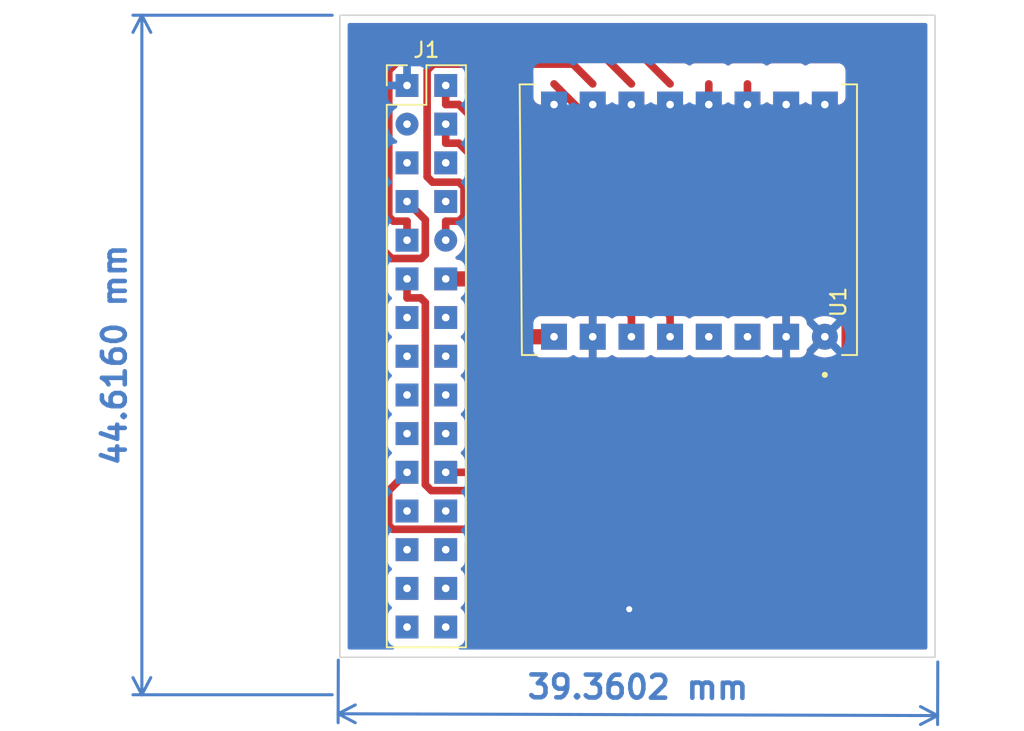
<source format=kicad_pcb>
(kicad_pcb (version 20211014) (generator pcbnew)
  (layers (0 "F.Cu" signal) (31 "B.Cu" signal) (34 "B.Paste" user) (35 "F.Paste" user) (36 "B.SilkS" user "B.Silkscreen") (37 "F.SilkS" user "F.Silkscreen") (38 "B.Mask" user) (39 "F.Mask" user) (44 "Edge.Cuts" user))
  (net 0 "")
  (net 1 "GND")
  (net 13 "SCK")
  (net 14 "BUSY")
  (net 15 "+3.3V")
  (net 17 "MOSI")
  (net 20 "RESET")
  (net 21 "CS")
  (net 27 "DIO2")
  (net 28 "DIO1")
  (net 29 "MISO")
  (footprint "LoRa_interface:XCVR_CORE1262-868M_TRAVERSANT" (layer "F.Cu") (at 54.273 33.219 -90)
    (fp_text reference "U1" (at 5.405 -9.779 90) (layer "F.SilkS"))
    (fp_text value "CORE1262-868M")
    (fp_line (start 8.88 -11) (end 8.88 -10.015) (layer "F.SilkS") (width 0.127))
    (fp_line (start 8.88 11) (end 8.88 10.015) (layer "F.SilkS") (width 0.127))
    (fp_line (start -8.89 -11) (end -8.89 -10.015) (layer "F.SilkS") (width 0.127))
    (fp_line (start -8.89 11.145) (end -8.89 10.16) (layer "F.SilkS") (width 0.127))
    (fp_line (start 8.88 -11) (end -8.89 -11) (layer "F.SilkS") (width 0.127))
    (fp_line (start 8.88 11) (end -8.89 11.145) (layer "F.SilkS") (width 0.127))
    (fp_circle (center 10.18 -8.89) (end 10.08 -8.89) (layer "F.SilkS") (width 0.2) (fill none))
    (pad "1" thru_hole circle (at 7.68 -8.89 270) (size 1.7 1.7) (drill 0.5) (layers *.Cu *.Mask) (net 1 "GND"))
    (pad "2" thru_hole rect (at 7.68 -6.35 270) (size 1.7 1.7) (drill 0.5) (layers *.Cu *.Mask) (net 1 "GND"))
    (pad "3" thru_hole rect (at 7.68 -3.81 270) (size 1.7 1.7) (drill 0.5) (layers *.Cu *.Mask))
    (pad "4" thru_hole rect (at 7.68 -1.27 270) (size 1.7 1.7) (drill 0.5) (layers *.Cu *.Mask))
    (pad "5" thru_hole rect (at 7.68 1.27 270) (size 1.7 1.7) (drill 0.5) (layers *.Cu *.Mask) (net 27 "DIO2"))
    (pad "6" thru_hole rect (at 7.68 3.81 270) (size 1.7 1.7) (drill 0.5) (layers *.Cu *.Mask) (net 28 "DIO1"))
    (pad "7" thru_hole rect (at 7.68 6.35 270) (size 1.7 1.7) (drill 0.5) (layers *.Cu *.Mask) (net 1 "GND"))
    (pad "8" thru_hole rect (at 7.68 8.89 270) (size 1.7 1.7) (drill 0.5) (layers *.Cu *.Mask) (net 15 "+3.3V"))
    (pad "9" thru_hole rect (at -7.565 8.89 270) (size 1.7 1.7) (drill 0.5) (layers *.Cu *.Mask) (net 14 "BUSY"))
    (pad "10" thru_hole rect (at -7.565 6.35 270) (size 1.7 1.7) (drill 0.5) (layers *.Cu *.Mask) (net 20 "RESET"))
    (pad "11" thru_hole rect (at -7.565 3.81 270) (size 1.7 1.7) (drill 0.5) (layers *.Cu *.Mask) (net 29 "MISO"))
    (pad "12" thru_hole rect (at -7.565 1.27 270) (size 1.7 1.7) (drill 0.5) (layers *.Cu *.Mask) (net 17 "MOSI"))
    (pad "13" thru_hole rect (at -7.565 -1.27 270) (size 1.7 1.7) (drill 0.5) (layers *.Cu *.Mask) (net 13 "SCK"))
    (pad "14" thru_hole rect (at -7.565 -3.81 270) (size 1.7 1.7) (drill 0.5) (layers *.Cu *.Mask) (net 21 "CS"))
    (pad "15" thru_hole rect (at -7.565 -6.35 270) (size 1.7 1.7) (drill 0.5) (layers *.Cu *.Mask))
    (pad "16" thru_hole rect (at -7.565 -8.89 270) (size 1.7 1.7) (drill 0.5) (layers *.Cu *.Mask))
  )
  (footprint "LoRa_interface:PinHeaderM5Stack_2x15_P2.54mm_Vertical" (layer "F.Cu") (at 35.731 24.4)
    (fp_text reference "J1" (at 1.27 -2.33) (layer "F.SilkS"))
    (fp_text value "Conn_02x15_M5Stack_Core2")
    (fp_line (start 3.87 -1.33) (end 3.87 36.89) (layer "F.SilkS") (width 0.12))
    (fp_line (start -1.33 1.27) (end 1.27 1.27) (layer "F.SilkS") (width 0.12))
    (fp_line (start -1.33 0) (end -1.33 -1.33) (layer "F.SilkS") (width 0.12))
    (fp_line (start -1.33 36.89) (end 3.87 36.89) (layer "F.SilkS") (width 0.12))
    (fp_line (start 1.27 -1.33) (end 3.87 -1.33) (layer "F.SilkS") (width 0.12))
    (fp_line (start 1.27 1.27) (end 1.27 -1.33) (layer "F.SilkS") (width 0.12))
    (fp_line (start -1.33 1.27) (end -1.33 36.89) (layer "F.SilkS") (width 0.12))
    (fp_line (start -1.33 -1.33) (end 0 -1.33) (layer "F.SilkS") (width 0.12))
    (pad "1" thru_hole rect (at 0 0) (size 1.5 1.5) (drill 0.5) (layers *.Cu *.Mask) (net 1 "GND"))
    (pad "2" thru_hole oval (at 0 2.54) (size 1.5 1.5) (drill 0.5) (layers *.Cu *.Mask))
    (pad "3" thru_hole rect (at 0 5.08) (size 1.5 1.5) (drill 0.5) (layers *.Cu *.Mask))
    (pad "4" thru_hole rect (at 2.54 17.78) (size 1.5 1.5) (drill 0.5) (layers *.Cu *.Mask))
    (pad "5" thru_hole rect (at 2.54 22.86) (size 1.5 1.5) (drill 0.5) (layers *.Cu *.Mask))
    (pad "7" thru_hole rect (at 0 15.24) (size 1.5 1.5) (drill 0.5) (layers *.Cu *.Mask))
    (pad "8" thru_hole rect (at 0 17.78) (size 1.5 1.5) (drill 0.5) (layers *.Cu *.Mask))
    (pad "9" thru_hole rect (at 0 20.32) (size 1.5 1.5) (drill 0.5) (layers *.Cu *.Mask))
    (pad "10" thru_hole rect (at 0 22.86) (size 1.5 1.5) (drill 0.5) (layers *.Cu *.Mask))
    (pad "11" thru_hole rect (at 2.54 27.94) (size 1.5 1.5) (drill 0.5) (layers *.Cu *.Mask))
    (pad "12" thru_hole rect (at 0 27.94) (size 1.5 1.5) (drill 0.5) (layers *.Cu *.Mask))
    (pad "13" thru_hole rect (at 0 30.48) (size 1.5 1.5) (drill 0.5) (layers *.Cu *.Mask))
    (pad "14" thru_hole rect (at 0 33.02) (size 1.5 1.5) (drill 0.5) (layers *.Cu *.Mask))
    (pad "15" thru_hole rect (at 0 35.56) (size 1.5 1.5) (drill 0.5) (layers *.Cu *.Mask))
    (pad "18" thru_hole rect (at 0 12.7) (size 1.5 1.5) (drill 0.5) (layers *.Cu *.Mask) (net 13 "SCK"))
    (pad "19" thru_hole rect (at 2.54 25.4) (size 1.5 1.5) (drill 0.5) (layers *.Cu *.Mask) (net 14 "BUSY"))
    (pad "21" thru_hole rect (at 2.54 12.7) (size 1.5 1.5) (drill 0.5) (layers *.Cu *.Mask) (net 15 "+3.3V"))
    (pad "22" thru_hole rect (at 2.54 15.24) (size 1.5 1.5) (drill 0.5) (layers *.Cu *.Mask))
    (pad "23" thru_hole rect (at 0 7.62) (size 1.5 1.5) (drill 0.5) (layers *.Cu *.Mask) (net 17 "MOSI"))
    (pad "24" thru_hole rect (at 2.54 20.32) (size 1.5 1.5) (drill 0.5) (layers *.Cu *.Mask))
    (pad "25" thru_hole rect (at 2.54 7.62) (size 1.5 1.5) (drill 0.5) (layers *.Cu *.Mask))
    (pad "26" thru_hole oval (at 2.54 10.16) (size 1.5 1.5) (drill 0.5) (layers *.Cu *.Mask) (net 20 "RESET"))
    (pad "27" thru_hole rect (at 0 25.4) (size 1.5 1.5) (drill 0.5) (layers *.Cu *.Mask) (net 21 "CS"))
    (pad "28" thru_hole rect (at 2.54 30.48) (size 1.5 1.5) (drill 0.5) (layers *.Cu *.Mask))
    (pad "29" thru_hole rect (at 2.54 33.02) (size 1.5 1.5) (drill 0.5) (layers *.Cu *.Mask))
    (pad "30" thru_hole rect (at 2.54 35.56) (size 1.5 1.5) (drill 0.5) (layers *.Cu *.Mask))
    (pad "35" thru_hole rect (at 2.54 0) (size 1.5 1.5) (drill 0.5) (layers *.Cu *.Mask) (net 27 "DIO2"))
    (pad "36" thru_hole rect (at 2.54 2.54) (size 1.5 1.5) (drill 0.5) (layers *.Cu *.Mask) (net 28 "DIO1"))
    (pad "37" thru_hole rect (at 2.54 5.08) (size 1.5 1.5) (drill 0.5) (layers *.Cu *.Mask))
    (pad "38" thru_hole rect (at 0 10.16) (size 1.5 1.5) (drill 0.5) (layers *.Cu *.Mask) (net 29 "MISO"))
  )
  (gr_rect (start 31.32 19.789) (end 70.397 61.945) (layer "Edge.Cuts") (width 0.1) (fill none))
  (dimension (type aligned) (layer "B.Cu") (pts (xy 31.22 61.629) (xy 70.58 61.749)) (height 4.024005) (gr_text "39,3602 mm" (at 50.89322 63.912994 359.8253183) (layer "B.Cu") (effects (font (size 1.5 1.5) (thickness 0.3)))) (format (units 3) (units_format 1) (precision 4)) (style (thickness 0.2) (arrow_length 1.27) (text_position_mode 0) (extension_height 0.58642) (extension_offset 0.5) keep_text_aligned))
  (dimension (type aligned) (layer "B.Cu") (pts (xy 31.32 64.405) (xy 31.32 19.789)) (height -13) (gr_text "44,6160 mm" (at 16.52 42.097 90) (layer "B.Cu") (effects (font (size 1.5 1.5) (thickness 0.3)))) (format (units 3) (units_format 1) (precision 4)) (style (thickness 0.2) (arrow_length 1.27) (text_position_mode 0) (extension_height 0.58642) (extension_offset 0.5) keep_text_aligned))
  (via (at 50.32 58.789) (size 0.8) (drill 0.4) (layers "F.Cu" "B.Cu") (net 1))
  (segment (start 35.731 37.1) (end 35.731 38.35) (width 0.5) (layer "F.Cu") (net 13))
  (segment (start 57.4486 51.0004) (end 66.2 42.249) (width 0.5) (layer "F.Cu") (net 13))
  (segment (start 36.9314 50.607) (end 37.3248 51.0004) (width 0.5) (layer "F.Cu") (net 13))
  (segment (start 66.2 42.249) (end 66.2 36.306) (width 0.5) (layer "F.Cu") (net 13))
  (segment (start 37.3248 51.0004) (end 57.4486 51.0004) (width 0.5) (layer "F.Cu") (net 13))
  (segment (start 66.2 36.306) (end 55.543 25.649) (width 0.5) (layer "F.Cu") (net 13))
  (segment (start 55.543 25.649) (end 55.543 24.299) (width 0.5) (layer "F.Cu") (net 13))
  (segment (start 36.6313 38.35) (end 36.9314 38.6501) (width 0.5) (layer "F.Cu") (net 13))
  (segment (start 36.9314 38.6501) (end 36.9314 50.607) (width 0.5) (layer "F.Cu") (net 13))
  (segment (start 35.731 38.35) (end 36.6313 38.35) (width 0.5) (layer "F.Cu") (net 13))
  (segment (start 64.5071 42.6219) (end 64.5071 37.2775) (width 0.5) (layer "F.Cu") (net 14))
  (segment (start 47.793 26.709) (end 45.383 24.299) (width 0.5) (layer "F.Cu") (net 14))
  (segment (start 53.9386 26.709) (end 47.793 26.709) (width 0.5) (layer "F.Cu") (net 14))
  (segment (start 57.329 49.8) (end 64.5071 42.6219) (width 0.5) (layer "F.Cu") (net 14))
  (segment (start 38.271 49.8) (end 57.329 49.8) (width 0.5) (layer "F.Cu") (net 14))
  (segment (start 64.5071 37.2775) (end 53.9386 26.709) (width 0.5) (layer "F.Cu") (net 14))
  (segment (start 38.271 37.1) (end 39.984 37.1) (width 1) (layer "F.Cu") (net 15))
  (segment (start 39.984 37.1) (end 43.783 40.899) (width 1) (layer "F.Cu") (net 15))
  (segment (start 45.383 40.899) (end 43.783 40.899) (width 1) (layer "F.Cu") (net 15))
  (segment (start 33.5 23.4419) (end 36.1129 20.829) (width 0.5) (layer "F.Cu") (net 17))
  (segment (start 35.731 32.02) (end 36.9314 33.2204) (width 0.5) (layer "F.Cu") (net 17))
  (segment (start 36.1129 20.829) (end 49.533 20.829) (width 0.5) (layer "F.Cu") (net 17))
  (segment (start 49.533 20.829) (end 53.003 24.299) (width 0.5) (layer "F.Cu") (net 17))
  (segment (start 36.9314 35.5041) (end 36.6751 35.7604) (width 0.5) (layer "F.Cu") (net 17))
  (segment (start 36.9314 33.2204) (end 36.9314 35.5041) (width 0.5) (layer "F.Cu") (net 17))
  (segment (start 34.7192 35.7604) (end 33.5 34.5412) (width 0.5) (layer "F.Cu") (net 17))
  (segment (start 33.5 34.5412) (end 33.5 23.4419) (width 0.5) (layer "F.Cu") (net 17))
  (segment (start 36.6751 35.7604) (end 34.7192 35.7604) (width 0.5) (layer "F.Cu") (net 17))
  (segment (start 37.0513 30.3982) (end 37.0513 23.4076) (width 0.5) (layer "F.Cu") (net 20))
  (segment (start 37.0513 23.4076) (end 37.4603 22.9986) (width 0.5) (layer "F.Cu") (net 20))
  (segment (start 38.271 34.56) (end 38.271 33.31) (width 0.5) (layer "F.Cu") (net 20))
  (segment (start 46.6226 22.9986) (end 47.923 24.299) (width 0.5) (layer "F.Cu") (net 20))
  (segment (start 39.4714 32.9729) (end 39.4714 31.0759) (width 0.5) (layer "F.Cu") (net 20))
  (segment (start 37.4031 30.75) (end 37.0513 30.3982) (width 0.5) (layer "F.Cu") (net 20))
  (segment (start 38.271 33.31) (end 39.1343 33.31) (width 0.5) (layer "F.Cu") (net 20))
  (segment (start 37.4603 22.9986) (end 46.6226 22.9986) (width 0.5) (layer "F.Cu") (net 20))
  (segment (start 39.4714 31.0759) (end 39.1455 30.75) (width 0.5) (layer "F.Cu") (net 20))
  (segment (start 39.1455 30.75) (end 37.4031 30.75) (width 0.5) (layer "F.Cu") (net 20))
  (segment (start 39.1343 33.31) (end 39.4714 32.9729) (width 0.5) (layer "F.Cu") (net 20))
  (segment (start 68.24 35.806) (end 58.083 25.649) (width 0.5) (layer "F.Cu") (net 21))
  (segment (start 34.5263 53.2815) (end 34.7852 53.5404) (width 0.5) (layer "F.Cu") (net 21))
  (segment (start 68.24 41.889) (end 68.24 35.806) (width 0.5) (layer "F.Cu") (net 21))
  (segment (start 34.5263 51.0047) (end 34.5263 53.2815) (width 0.5) (layer "F.Cu") (net 21))
  (segment (start 58.083 25.649) (end 58.083 24.299) (width 0.5) (layer "F.Cu") (net 21))
  (segment (start 34.7852 53.5404) (end 56.5886 53.5404) (width 0.5) (layer "F.Cu") (net 21))
  (segment (start 56.5886 53.5404) (end 68.24 41.889) (width 0.5) (layer "F.Cu") (net 21))
  (segment (start 35.731 49.8) (end 34.5263 51.0047) (width 0.5) (layer "F.Cu") (net 21))
  (segment (start 38.271 24.4) (end 38.271 25.65) (width 0.5) (layer "F.Cu") (net 27))
  (segment (start 39.1304 25.65) (end 53.003 39.5226) (width 0.5) (layer "F.Cu") (net 27))
  (segment (start 38.271 25.65) (end 39.1304 25.65) (width 0.5) (layer "F.Cu") (net 27))
  (segment (start 53.003 39.5226) (end 53.003 40.899) (width 0.5) (layer "F.Cu") (net 27))
  (segment (start 38.271 28.19) (end 39.1304 28.19) (width 0.5) (layer "F.Cu") (net 28))
  (segment (start 39.1304 28.19) (end 50.463 39.5226) (width 0.5) (layer "F.Cu") (net 28))
  (segment (start 50.463 39.5226) (end 50.463 40.899) (width 0.5) (layer "F.Cu") (net 28))
  (segment (start 38.271 26.94) (end 38.271 28.19) (width 0.5) (layer "F.Cu") (net 28))
  (segment (start 35.731 34.56) (end 35.731 33.31) (width 0.5) (layer "F.Cu") (net 29))
  (segment (start 35.731 33.31) (end 34.8307 33.31) (width 0.5) (layer "F.Cu") (net 29))
  (segment (start 34.5306 33.0099) (end 34.5306 23.4209) (width 0.5) (layer "F.Cu") (net 29))
  (segment (start 34.5306 23.4209) (end 36.1625 21.789) (width 0.5) (layer "F.Cu") (net 29))
  (segment (start 34.8307 33.31) (end 34.5306 33.0099) (width 0.5) (layer "F.Cu") (net 29))
  (segment (start 36.1625 21.789) (end 47.953 21.789) (width 0.5) (layer "F.Cu") (net 29))
  (segment (start 47.953 21.789) (end 50.463 24.299) (width 0.5) (layer "F.Cu") (net 29))
  (zone (net 1) (net_name "GND") (layers F&B.Cu) (connect_pads (clearance 0.508)) (min_thickness 0.254) (fill yes (thermal_gap 0.508) (thermal_bridge_width 0.508))
    (polygon (pts (xy 76.24 66.789) (xy 29.32 66.789) (xy 29.32 18.789) (xy 76.24 18.789)))
  )
)
</source>
